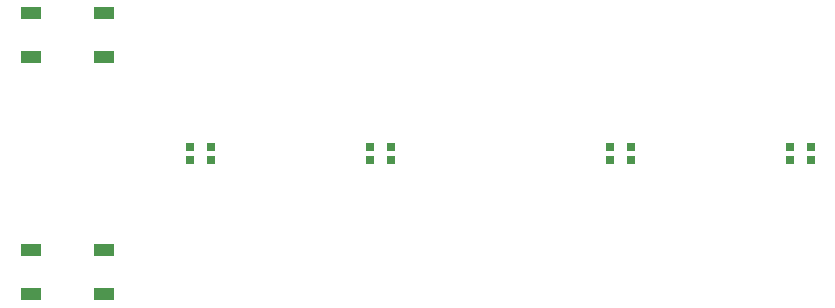
<source format=gbr>
%TF.GenerationSoftware,KiCad,Pcbnew,7.0.5*%
%TF.CreationDate,2023-07-04T20:42:27-04:00*%
%TF.ProjectId,Nixie Clock,4e697869-6520-4436-9c6f-636b2e6b6963,rev?*%
%TF.SameCoordinates,Original*%
%TF.FileFunction,Paste,Top*%
%TF.FilePolarity,Positive*%
%FSLAX46Y46*%
G04 Gerber Fmt 4.6, Leading zero omitted, Abs format (unit mm)*
G04 Created by KiCad (PCBNEW 7.0.5) date 2023-07-04 20:42:27*
%MOMM*%
%LPD*%
G01*
G04 APERTURE LIST*
%ADD10R,0.700000X0.700000*%
%ADD11R,1.800000X1.100000*%
G04 APERTURE END LIST*
D10*
%TO.C,D5*%
X204115000Y-84370000D03*
X204115000Y-83270000D03*
X202285000Y-83270000D03*
X202285000Y-84370000D03*
%TD*%
D11*
%TO.C,SW1*%
X144197000Y-75637000D03*
X137997000Y-75637000D03*
X144197000Y-71937000D03*
X137997000Y-71937000D03*
%TD*%
D10*
%TO.C,D4*%
X188875000Y-84370000D03*
X188875000Y-83270000D03*
X187045000Y-83270000D03*
X187045000Y-84370000D03*
%TD*%
D11*
%TO.C,SW2*%
X137997000Y-92003000D03*
X144197000Y-92003000D03*
X137997000Y-95703000D03*
X144197000Y-95703000D03*
%TD*%
D10*
%TO.C,D3*%
X168555000Y-84370000D03*
X168555000Y-83270000D03*
X166725000Y-83270000D03*
X166725000Y-84370000D03*
%TD*%
%TO.C,D2*%
X153315000Y-84370000D03*
X153315000Y-83270000D03*
X151485000Y-83270000D03*
X151485000Y-84370000D03*
%TD*%
M02*

</source>
